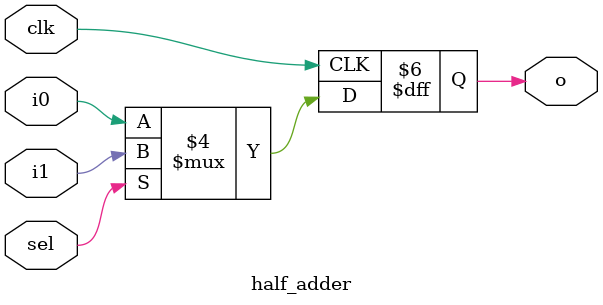
<source format=v>
module half_adder(sel, i0, i1, clk, o);
    input sel, i0, i1, clk;
    output reg o;   
    
    always @ (posedge clk) 
        begin
            if(!sel)
                o <= i0;
            else
                o <= i1;
        end
endmodule

</source>
